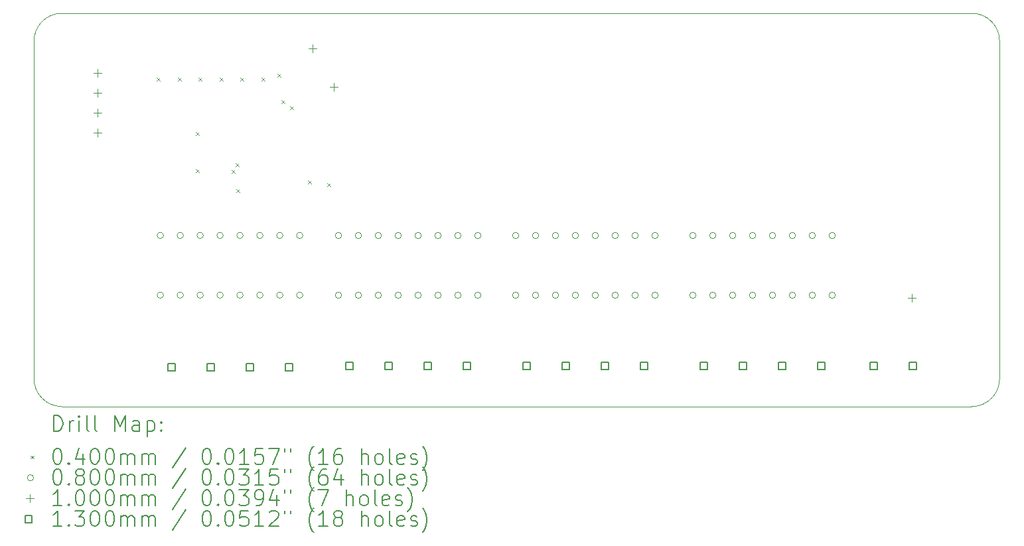
<source format=gbr>
%FSLAX45Y45*%
G04 Gerber Fmt 4.5, Leading zero omitted, Abs format (unit mm)*
G04 Created by KiCad (PCBNEW (6.0.0)) date 2022-10-09 23:31:44*
%MOMM*%
%LPD*%
G01*
G04 APERTURE LIST*
%TA.AperFunction,Profile*%
%ADD10C,0.100000*%
%TD*%
%ADD11C,0.200000*%
%ADD12C,0.040000*%
%ADD13C,0.080000*%
%ADD14C,0.100000*%
%ADD15C,0.130000*%
G04 APERTURE END LIST*
D10*
X2146200Y-11973500D02*
G75*
G03*
X1790600Y-12329100I0J-355600D01*
G01*
X13754100Y-16992827D02*
X2146200Y-16992600D01*
X14109700Y-12329100D02*
G75*
G03*
X13754100Y-11973500I-355600J0D01*
G01*
X1790600Y-12329100D02*
X1790600Y-16637000D01*
X13754100Y-16992827D02*
G75*
G03*
X14109700Y-16624300I0J355827D01*
G01*
X1790600Y-16637000D02*
G75*
G03*
X2146200Y-16992600I355600J0D01*
G01*
X2146200Y-11973500D02*
X13754100Y-11973500D01*
X14109700Y-12329100D02*
X14109700Y-16624300D01*
D11*
D12*
X3358200Y-12794300D02*
X3398200Y-12834300D01*
X3398200Y-12794300D02*
X3358200Y-12834300D01*
X3624900Y-12794300D02*
X3664900Y-12834300D01*
X3664900Y-12794300D02*
X3624900Y-12834300D01*
X3853500Y-13492800D02*
X3893500Y-13532800D01*
X3893500Y-13492800D02*
X3853500Y-13532800D01*
X3853500Y-13962700D02*
X3893500Y-14002700D01*
X3893500Y-13962700D02*
X3853500Y-14002700D01*
X3891600Y-12794300D02*
X3931600Y-12834300D01*
X3931600Y-12794300D02*
X3891600Y-12834300D01*
X4158300Y-12794300D02*
X4198300Y-12834300D01*
X4198300Y-12794300D02*
X4158300Y-12834300D01*
X4310700Y-13975400D02*
X4350700Y-14015400D01*
X4350700Y-13975400D02*
X4310700Y-14015400D01*
X4361500Y-13886500D02*
X4401500Y-13926500D01*
X4401500Y-13886500D02*
X4361500Y-13926500D01*
X4374200Y-14216700D02*
X4414200Y-14256700D01*
X4414200Y-14216700D02*
X4374200Y-14256700D01*
X4425000Y-12794300D02*
X4465000Y-12834300D01*
X4465000Y-12794300D02*
X4425000Y-12834300D01*
X4691700Y-12794300D02*
X4731700Y-12834300D01*
X4731700Y-12794300D02*
X4691700Y-12834300D01*
X4894900Y-12743500D02*
X4934900Y-12783500D01*
X4934900Y-12743500D02*
X4894900Y-12783500D01*
X4945700Y-13086400D02*
X4985700Y-13126400D01*
X4985700Y-13086400D02*
X4945700Y-13126400D01*
X5060000Y-13162600D02*
X5100000Y-13202600D01*
X5100000Y-13162600D02*
X5060000Y-13202600D01*
X5288600Y-14108596D02*
X5328600Y-14148596D01*
X5328600Y-14108596D02*
X5288600Y-14148596D01*
X5529900Y-14140500D02*
X5569900Y-14180500D01*
X5569900Y-14140500D02*
X5529900Y-14180500D01*
D13*
X3442100Y-14809200D02*
G75*
G03*
X3442100Y-14809200I-40000J0D01*
G01*
X3442100Y-15571200D02*
G75*
G03*
X3442100Y-15571200I-40000J0D01*
G01*
X3696100Y-14809200D02*
G75*
G03*
X3696100Y-14809200I-40000J0D01*
G01*
X3696100Y-15571200D02*
G75*
G03*
X3696100Y-15571200I-40000J0D01*
G01*
X3950100Y-14809200D02*
G75*
G03*
X3950100Y-14809200I-40000J0D01*
G01*
X3950100Y-15571200D02*
G75*
G03*
X3950100Y-15571200I-40000J0D01*
G01*
X4204100Y-14809200D02*
G75*
G03*
X4204100Y-14809200I-40000J0D01*
G01*
X4204100Y-15571200D02*
G75*
G03*
X4204100Y-15571200I-40000J0D01*
G01*
X4458100Y-14809200D02*
G75*
G03*
X4458100Y-14809200I-40000J0D01*
G01*
X4458100Y-15571200D02*
G75*
G03*
X4458100Y-15571200I-40000J0D01*
G01*
X4712100Y-14809200D02*
G75*
G03*
X4712100Y-14809200I-40000J0D01*
G01*
X4712100Y-15571200D02*
G75*
G03*
X4712100Y-15571200I-40000J0D01*
G01*
X4966100Y-14809200D02*
G75*
G03*
X4966100Y-14809200I-40000J0D01*
G01*
X4966100Y-15571200D02*
G75*
G03*
X4966100Y-15571200I-40000J0D01*
G01*
X5220100Y-14809200D02*
G75*
G03*
X5220100Y-14809200I-40000J0D01*
G01*
X5220100Y-15571200D02*
G75*
G03*
X5220100Y-15571200I-40000J0D01*
G01*
X5715400Y-14809200D02*
G75*
G03*
X5715400Y-14809200I-40000J0D01*
G01*
X5715400Y-15571200D02*
G75*
G03*
X5715400Y-15571200I-40000J0D01*
G01*
X5969400Y-14809200D02*
G75*
G03*
X5969400Y-14809200I-40000J0D01*
G01*
X5969400Y-15571200D02*
G75*
G03*
X5969400Y-15571200I-40000J0D01*
G01*
X6223400Y-14809200D02*
G75*
G03*
X6223400Y-14809200I-40000J0D01*
G01*
X6223400Y-15571200D02*
G75*
G03*
X6223400Y-15571200I-40000J0D01*
G01*
X6477400Y-14809200D02*
G75*
G03*
X6477400Y-14809200I-40000J0D01*
G01*
X6477400Y-15571200D02*
G75*
G03*
X6477400Y-15571200I-40000J0D01*
G01*
X6731400Y-14809200D02*
G75*
G03*
X6731400Y-14809200I-40000J0D01*
G01*
X6731400Y-15571200D02*
G75*
G03*
X6731400Y-15571200I-40000J0D01*
G01*
X6985400Y-14809200D02*
G75*
G03*
X6985400Y-14809200I-40000J0D01*
G01*
X6985400Y-15571200D02*
G75*
G03*
X6985400Y-15571200I-40000J0D01*
G01*
X7239400Y-14809200D02*
G75*
G03*
X7239400Y-14809200I-40000J0D01*
G01*
X7239400Y-15571200D02*
G75*
G03*
X7239400Y-15571200I-40000J0D01*
G01*
X7493400Y-14809200D02*
G75*
G03*
X7493400Y-14809200I-40000J0D01*
G01*
X7493400Y-15571200D02*
G75*
G03*
X7493400Y-15571200I-40000J0D01*
G01*
X7976000Y-14809200D02*
G75*
G03*
X7976000Y-14809200I-40000J0D01*
G01*
X7976000Y-15571200D02*
G75*
G03*
X7976000Y-15571200I-40000J0D01*
G01*
X8230000Y-14809200D02*
G75*
G03*
X8230000Y-14809200I-40000J0D01*
G01*
X8230000Y-15571200D02*
G75*
G03*
X8230000Y-15571200I-40000J0D01*
G01*
X8484000Y-14809200D02*
G75*
G03*
X8484000Y-14809200I-40000J0D01*
G01*
X8484000Y-15571200D02*
G75*
G03*
X8484000Y-15571200I-40000J0D01*
G01*
X8738000Y-14809200D02*
G75*
G03*
X8738000Y-14809200I-40000J0D01*
G01*
X8738000Y-15571200D02*
G75*
G03*
X8738000Y-15571200I-40000J0D01*
G01*
X8992000Y-14809200D02*
G75*
G03*
X8992000Y-14809200I-40000J0D01*
G01*
X8992000Y-15571200D02*
G75*
G03*
X8992000Y-15571200I-40000J0D01*
G01*
X9246000Y-14809200D02*
G75*
G03*
X9246000Y-14809200I-40000J0D01*
G01*
X9246000Y-15571200D02*
G75*
G03*
X9246000Y-15571200I-40000J0D01*
G01*
X9500000Y-14809200D02*
G75*
G03*
X9500000Y-14809200I-40000J0D01*
G01*
X9500000Y-15571200D02*
G75*
G03*
X9500000Y-15571200I-40000J0D01*
G01*
X9754000Y-14809200D02*
G75*
G03*
X9754000Y-14809200I-40000J0D01*
G01*
X9754000Y-15571200D02*
G75*
G03*
X9754000Y-15571200I-40000J0D01*
G01*
X10236600Y-14809200D02*
G75*
G03*
X10236600Y-14809200I-40000J0D01*
G01*
X10236600Y-15571200D02*
G75*
G03*
X10236600Y-15571200I-40000J0D01*
G01*
X10490600Y-14809200D02*
G75*
G03*
X10490600Y-14809200I-40000J0D01*
G01*
X10490600Y-15571200D02*
G75*
G03*
X10490600Y-15571200I-40000J0D01*
G01*
X10744600Y-14809200D02*
G75*
G03*
X10744600Y-14809200I-40000J0D01*
G01*
X10744600Y-15571200D02*
G75*
G03*
X10744600Y-15571200I-40000J0D01*
G01*
X10998600Y-14809200D02*
G75*
G03*
X10998600Y-14809200I-40000J0D01*
G01*
X10998600Y-15571200D02*
G75*
G03*
X10998600Y-15571200I-40000J0D01*
G01*
X11252600Y-14809200D02*
G75*
G03*
X11252600Y-14809200I-40000J0D01*
G01*
X11252600Y-15571200D02*
G75*
G03*
X11252600Y-15571200I-40000J0D01*
G01*
X11506600Y-14809200D02*
G75*
G03*
X11506600Y-14809200I-40000J0D01*
G01*
X11506600Y-15571200D02*
G75*
G03*
X11506600Y-15571200I-40000J0D01*
G01*
X11760600Y-14809200D02*
G75*
G03*
X11760600Y-14809200I-40000J0D01*
G01*
X11760600Y-15571200D02*
G75*
G03*
X11760600Y-15571200I-40000J0D01*
G01*
X12014600Y-14809200D02*
G75*
G03*
X12014600Y-14809200I-40000J0D01*
G01*
X12014600Y-15571200D02*
G75*
G03*
X12014600Y-15571200I-40000J0D01*
G01*
D14*
X2600000Y-12688100D02*
X2600000Y-12788100D01*
X2550000Y-12738100D02*
X2650000Y-12738100D01*
X2600000Y-12942100D02*
X2600000Y-13042100D01*
X2550000Y-12992100D02*
X2650000Y-12992100D01*
X2600000Y-13196100D02*
X2600000Y-13296100D01*
X2550000Y-13246100D02*
X2650000Y-13246100D01*
X2600000Y-13450100D02*
X2600000Y-13550100D01*
X2550000Y-13500100D02*
X2650000Y-13500100D01*
X5346700Y-12370600D02*
X5346700Y-12470600D01*
X5296700Y-12420600D02*
X5396700Y-12420600D01*
X5613400Y-12865900D02*
X5613400Y-12965900D01*
X5563400Y-12915900D02*
X5663400Y-12915900D01*
X12992100Y-15558300D02*
X12992100Y-15658300D01*
X12942100Y-15608300D02*
X13042100Y-15608300D01*
D15*
X3588562Y-16535662D02*
X3588562Y-16443738D01*
X3496638Y-16443738D01*
X3496638Y-16535662D01*
X3588562Y-16535662D01*
X4088562Y-16535662D02*
X4088562Y-16443738D01*
X3996638Y-16443738D01*
X3996638Y-16535662D01*
X4088562Y-16535662D01*
X4588562Y-16535662D02*
X4588562Y-16443738D01*
X4496638Y-16443738D01*
X4496638Y-16535662D01*
X4588562Y-16535662D01*
X5088562Y-16535662D02*
X5088562Y-16443738D01*
X4996638Y-16443738D01*
X4996638Y-16535662D01*
X5088562Y-16535662D01*
X5861862Y-16522962D02*
X5861862Y-16431038D01*
X5769938Y-16431038D01*
X5769938Y-16522962D01*
X5861862Y-16522962D01*
X6361862Y-16522962D02*
X6361862Y-16431038D01*
X6269938Y-16431038D01*
X6269938Y-16522962D01*
X6361862Y-16522962D01*
X6861862Y-16522962D02*
X6861862Y-16431038D01*
X6769938Y-16431038D01*
X6769938Y-16522962D01*
X6861862Y-16522962D01*
X7361862Y-16522962D02*
X7361862Y-16431038D01*
X7269938Y-16431038D01*
X7269938Y-16522962D01*
X7361862Y-16522962D01*
X8122462Y-16522962D02*
X8122462Y-16431038D01*
X8030538Y-16431038D01*
X8030538Y-16522962D01*
X8122462Y-16522962D01*
X8622462Y-16522962D02*
X8622462Y-16431038D01*
X8530538Y-16431038D01*
X8530538Y-16522962D01*
X8622462Y-16522962D01*
X9122462Y-16522962D02*
X9122462Y-16431038D01*
X9030538Y-16431038D01*
X9030538Y-16522962D01*
X9122462Y-16522962D01*
X9622462Y-16522962D02*
X9622462Y-16431038D01*
X9530538Y-16431038D01*
X9530538Y-16522962D01*
X9622462Y-16522962D01*
X10383062Y-16522962D02*
X10383062Y-16431038D01*
X10291138Y-16431038D01*
X10291138Y-16522962D01*
X10383062Y-16522962D01*
X10883062Y-16522962D02*
X10883062Y-16431038D01*
X10791138Y-16431038D01*
X10791138Y-16522962D01*
X10883062Y-16522962D01*
X11383062Y-16522962D02*
X11383062Y-16431038D01*
X11291138Y-16431038D01*
X11291138Y-16522962D01*
X11383062Y-16522962D01*
X11883062Y-16522962D02*
X11883062Y-16431038D01*
X11791138Y-16431038D01*
X11791138Y-16522962D01*
X11883062Y-16522962D01*
X12546762Y-16522962D02*
X12546762Y-16431038D01*
X12454838Y-16431038D01*
X12454838Y-16522962D01*
X12546762Y-16522962D01*
X13046762Y-16522962D02*
X13046762Y-16431038D01*
X12954838Y-16431038D01*
X12954838Y-16522962D01*
X13046762Y-16522962D01*
D11*
X2043219Y-17308303D02*
X2043219Y-17108303D01*
X2090838Y-17108303D01*
X2119410Y-17117827D01*
X2138457Y-17136874D01*
X2147981Y-17155922D01*
X2157505Y-17194017D01*
X2157505Y-17222589D01*
X2147981Y-17260684D01*
X2138457Y-17279731D01*
X2119410Y-17298779D01*
X2090838Y-17308303D01*
X2043219Y-17308303D01*
X2243219Y-17308303D02*
X2243219Y-17174970D01*
X2243219Y-17213065D02*
X2252743Y-17194017D01*
X2262267Y-17184493D01*
X2281314Y-17174970D01*
X2300362Y-17174970D01*
X2367029Y-17308303D02*
X2367029Y-17174970D01*
X2367029Y-17108303D02*
X2357505Y-17117827D01*
X2367029Y-17127351D01*
X2376552Y-17117827D01*
X2367029Y-17108303D01*
X2367029Y-17127351D01*
X2490838Y-17308303D02*
X2471790Y-17298779D01*
X2462267Y-17279731D01*
X2462267Y-17108303D01*
X2595600Y-17308303D02*
X2576552Y-17298779D01*
X2567029Y-17279731D01*
X2567029Y-17108303D01*
X2824171Y-17308303D02*
X2824171Y-17108303D01*
X2890838Y-17251160D01*
X2957505Y-17108303D01*
X2957505Y-17308303D01*
X3138457Y-17308303D02*
X3138457Y-17203541D01*
X3128933Y-17184493D01*
X3109886Y-17174970D01*
X3071790Y-17174970D01*
X3052743Y-17184493D01*
X3138457Y-17298779D02*
X3119409Y-17308303D01*
X3071790Y-17308303D01*
X3052743Y-17298779D01*
X3043219Y-17279731D01*
X3043219Y-17260684D01*
X3052743Y-17241636D01*
X3071790Y-17232112D01*
X3119409Y-17232112D01*
X3138457Y-17222589D01*
X3233695Y-17174970D02*
X3233695Y-17374970D01*
X3233695Y-17184493D02*
X3252743Y-17174970D01*
X3290838Y-17174970D01*
X3309886Y-17184493D01*
X3319409Y-17194017D01*
X3328933Y-17213065D01*
X3328933Y-17270208D01*
X3319409Y-17289255D01*
X3309886Y-17298779D01*
X3290838Y-17308303D01*
X3252743Y-17308303D01*
X3233695Y-17298779D01*
X3414648Y-17289255D02*
X3424171Y-17298779D01*
X3414648Y-17308303D01*
X3405124Y-17298779D01*
X3414648Y-17289255D01*
X3414648Y-17308303D01*
X3414648Y-17184493D02*
X3424171Y-17194017D01*
X3414648Y-17203541D01*
X3405124Y-17194017D01*
X3414648Y-17184493D01*
X3414648Y-17203541D01*
D12*
X1745600Y-17617827D02*
X1785600Y-17657827D01*
X1785600Y-17617827D02*
X1745600Y-17657827D01*
D11*
X2081314Y-17528303D02*
X2100362Y-17528303D01*
X2119410Y-17537827D01*
X2128933Y-17547351D01*
X2138457Y-17566398D01*
X2147981Y-17604493D01*
X2147981Y-17652112D01*
X2138457Y-17690208D01*
X2128933Y-17709255D01*
X2119410Y-17718779D01*
X2100362Y-17728303D01*
X2081314Y-17728303D01*
X2062267Y-17718779D01*
X2052743Y-17709255D01*
X2043219Y-17690208D01*
X2033695Y-17652112D01*
X2033695Y-17604493D01*
X2043219Y-17566398D01*
X2052743Y-17547351D01*
X2062267Y-17537827D01*
X2081314Y-17528303D01*
X2233695Y-17709255D02*
X2243219Y-17718779D01*
X2233695Y-17728303D01*
X2224171Y-17718779D01*
X2233695Y-17709255D01*
X2233695Y-17728303D01*
X2414648Y-17594970D02*
X2414648Y-17728303D01*
X2367029Y-17518779D02*
X2319410Y-17661636D01*
X2443219Y-17661636D01*
X2557505Y-17528303D02*
X2576552Y-17528303D01*
X2595600Y-17537827D01*
X2605124Y-17547351D01*
X2614648Y-17566398D01*
X2624171Y-17604493D01*
X2624171Y-17652112D01*
X2614648Y-17690208D01*
X2605124Y-17709255D01*
X2595600Y-17718779D01*
X2576552Y-17728303D01*
X2557505Y-17728303D01*
X2538457Y-17718779D01*
X2528933Y-17709255D01*
X2519410Y-17690208D01*
X2509886Y-17652112D01*
X2509886Y-17604493D01*
X2519410Y-17566398D01*
X2528933Y-17547351D01*
X2538457Y-17537827D01*
X2557505Y-17528303D01*
X2747981Y-17528303D02*
X2767029Y-17528303D01*
X2786076Y-17537827D01*
X2795600Y-17547351D01*
X2805124Y-17566398D01*
X2814648Y-17604493D01*
X2814648Y-17652112D01*
X2805124Y-17690208D01*
X2795600Y-17709255D01*
X2786076Y-17718779D01*
X2767029Y-17728303D01*
X2747981Y-17728303D01*
X2728933Y-17718779D01*
X2719410Y-17709255D01*
X2709886Y-17690208D01*
X2700362Y-17652112D01*
X2700362Y-17604493D01*
X2709886Y-17566398D01*
X2719410Y-17547351D01*
X2728933Y-17537827D01*
X2747981Y-17528303D01*
X2900362Y-17728303D02*
X2900362Y-17594970D01*
X2900362Y-17614017D02*
X2909886Y-17604493D01*
X2928933Y-17594970D01*
X2957505Y-17594970D01*
X2976552Y-17604493D01*
X2986076Y-17623541D01*
X2986076Y-17728303D01*
X2986076Y-17623541D02*
X2995600Y-17604493D01*
X3014648Y-17594970D01*
X3043219Y-17594970D01*
X3062267Y-17604493D01*
X3071790Y-17623541D01*
X3071790Y-17728303D01*
X3167028Y-17728303D02*
X3167028Y-17594970D01*
X3167028Y-17614017D02*
X3176552Y-17604493D01*
X3195600Y-17594970D01*
X3224171Y-17594970D01*
X3243219Y-17604493D01*
X3252743Y-17623541D01*
X3252743Y-17728303D01*
X3252743Y-17623541D02*
X3262267Y-17604493D01*
X3281314Y-17594970D01*
X3309886Y-17594970D01*
X3328933Y-17604493D01*
X3338457Y-17623541D01*
X3338457Y-17728303D01*
X3728933Y-17518779D02*
X3557505Y-17775922D01*
X3986076Y-17528303D02*
X4005124Y-17528303D01*
X4024171Y-17537827D01*
X4033695Y-17547351D01*
X4043219Y-17566398D01*
X4052743Y-17604493D01*
X4052743Y-17652112D01*
X4043219Y-17690208D01*
X4033695Y-17709255D01*
X4024171Y-17718779D01*
X4005124Y-17728303D01*
X3986076Y-17728303D01*
X3967028Y-17718779D01*
X3957505Y-17709255D01*
X3947981Y-17690208D01*
X3938457Y-17652112D01*
X3938457Y-17604493D01*
X3947981Y-17566398D01*
X3957505Y-17547351D01*
X3967028Y-17537827D01*
X3986076Y-17528303D01*
X4138457Y-17709255D02*
X4147981Y-17718779D01*
X4138457Y-17728303D01*
X4128933Y-17718779D01*
X4138457Y-17709255D01*
X4138457Y-17728303D01*
X4271790Y-17528303D02*
X4290838Y-17528303D01*
X4309886Y-17537827D01*
X4319410Y-17547351D01*
X4328933Y-17566398D01*
X4338457Y-17604493D01*
X4338457Y-17652112D01*
X4328933Y-17690208D01*
X4319410Y-17709255D01*
X4309886Y-17718779D01*
X4290838Y-17728303D01*
X4271790Y-17728303D01*
X4252743Y-17718779D01*
X4243219Y-17709255D01*
X4233695Y-17690208D01*
X4224171Y-17652112D01*
X4224171Y-17604493D01*
X4233695Y-17566398D01*
X4243219Y-17547351D01*
X4252743Y-17537827D01*
X4271790Y-17528303D01*
X4528933Y-17728303D02*
X4414648Y-17728303D01*
X4471790Y-17728303D02*
X4471790Y-17528303D01*
X4452743Y-17556874D01*
X4433695Y-17575922D01*
X4414648Y-17585446D01*
X4709886Y-17528303D02*
X4614648Y-17528303D01*
X4605124Y-17623541D01*
X4614648Y-17614017D01*
X4633695Y-17604493D01*
X4681314Y-17604493D01*
X4700362Y-17614017D01*
X4709886Y-17623541D01*
X4719410Y-17642589D01*
X4719410Y-17690208D01*
X4709886Y-17709255D01*
X4700362Y-17718779D01*
X4681314Y-17728303D01*
X4633695Y-17728303D01*
X4614648Y-17718779D01*
X4605124Y-17709255D01*
X4786076Y-17528303D02*
X4919410Y-17528303D01*
X4833695Y-17728303D01*
X4986076Y-17528303D02*
X4986076Y-17566398D01*
X5062267Y-17528303D02*
X5062267Y-17566398D01*
X5357505Y-17804493D02*
X5347981Y-17794970D01*
X5328933Y-17766398D01*
X5319410Y-17747351D01*
X5309886Y-17718779D01*
X5300362Y-17671160D01*
X5300362Y-17633065D01*
X5309886Y-17585446D01*
X5319410Y-17556874D01*
X5328933Y-17537827D01*
X5347981Y-17509255D01*
X5357505Y-17499731D01*
X5538457Y-17728303D02*
X5424171Y-17728303D01*
X5481314Y-17728303D02*
X5481314Y-17528303D01*
X5462267Y-17556874D01*
X5443219Y-17575922D01*
X5424171Y-17585446D01*
X5709886Y-17528303D02*
X5671790Y-17528303D01*
X5652743Y-17537827D01*
X5643219Y-17547351D01*
X5624171Y-17575922D01*
X5614648Y-17614017D01*
X5614648Y-17690208D01*
X5624171Y-17709255D01*
X5633695Y-17718779D01*
X5652743Y-17728303D01*
X5690838Y-17728303D01*
X5709886Y-17718779D01*
X5719409Y-17709255D01*
X5728933Y-17690208D01*
X5728933Y-17642589D01*
X5719409Y-17623541D01*
X5709886Y-17614017D01*
X5690838Y-17604493D01*
X5652743Y-17604493D01*
X5633695Y-17614017D01*
X5624171Y-17623541D01*
X5614648Y-17642589D01*
X5967028Y-17728303D02*
X5967028Y-17528303D01*
X6052743Y-17728303D02*
X6052743Y-17623541D01*
X6043219Y-17604493D01*
X6024171Y-17594970D01*
X5995600Y-17594970D01*
X5976552Y-17604493D01*
X5967028Y-17614017D01*
X6176552Y-17728303D02*
X6157505Y-17718779D01*
X6147981Y-17709255D01*
X6138457Y-17690208D01*
X6138457Y-17633065D01*
X6147981Y-17614017D01*
X6157505Y-17604493D01*
X6176552Y-17594970D01*
X6205124Y-17594970D01*
X6224171Y-17604493D01*
X6233695Y-17614017D01*
X6243219Y-17633065D01*
X6243219Y-17690208D01*
X6233695Y-17709255D01*
X6224171Y-17718779D01*
X6205124Y-17728303D01*
X6176552Y-17728303D01*
X6357505Y-17728303D02*
X6338457Y-17718779D01*
X6328933Y-17699731D01*
X6328933Y-17528303D01*
X6509886Y-17718779D02*
X6490838Y-17728303D01*
X6452743Y-17728303D01*
X6433695Y-17718779D01*
X6424171Y-17699731D01*
X6424171Y-17623541D01*
X6433695Y-17604493D01*
X6452743Y-17594970D01*
X6490838Y-17594970D01*
X6509886Y-17604493D01*
X6519409Y-17623541D01*
X6519409Y-17642589D01*
X6424171Y-17661636D01*
X6595600Y-17718779D02*
X6614648Y-17728303D01*
X6652743Y-17728303D01*
X6671790Y-17718779D01*
X6681314Y-17699731D01*
X6681314Y-17690208D01*
X6671790Y-17671160D01*
X6652743Y-17661636D01*
X6624171Y-17661636D01*
X6605124Y-17652112D01*
X6595600Y-17633065D01*
X6595600Y-17623541D01*
X6605124Y-17604493D01*
X6624171Y-17594970D01*
X6652743Y-17594970D01*
X6671790Y-17604493D01*
X6747981Y-17804493D02*
X6757505Y-17794970D01*
X6776552Y-17766398D01*
X6786076Y-17747351D01*
X6795600Y-17718779D01*
X6805124Y-17671160D01*
X6805124Y-17633065D01*
X6795600Y-17585446D01*
X6786076Y-17556874D01*
X6776552Y-17537827D01*
X6757505Y-17509255D01*
X6747981Y-17499731D01*
D13*
X1785600Y-17901827D02*
G75*
G03*
X1785600Y-17901827I-40000J0D01*
G01*
D11*
X2081314Y-17792303D02*
X2100362Y-17792303D01*
X2119410Y-17801827D01*
X2128933Y-17811351D01*
X2138457Y-17830398D01*
X2147981Y-17868493D01*
X2147981Y-17916112D01*
X2138457Y-17954208D01*
X2128933Y-17973255D01*
X2119410Y-17982779D01*
X2100362Y-17992303D01*
X2081314Y-17992303D01*
X2062267Y-17982779D01*
X2052743Y-17973255D01*
X2043219Y-17954208D01*
X2033695Y-17916112D01*
X2033695Y-17868493D01*
X2043219Y-17830398D01*
X2052743Y-17811351D01*
X2062267Y-17801827D01*
X2081314Y-17792303D01*
X2233695Y-17973255D02*
X2243219Y-17982779D01*
X2233695Y-17992303D01*
X2224171Y-17982779D01*
X2233695Y-17973255D01*
X2233695Y-17992303D01*
X2357505Y-17878017D02*
X2338457Y-17868493D01*
X2328933Y-17858970D01*
X2319410Y-17839922D01*
X2319410Y-17830398D01*
X2328933Y-17811351D01*
X2338457Y-17801827D01*
X2357505Y-17792303D01*
X2395600Y-17792303D01*
X2414648Y-17801827D01*
X2424171Y-17811351D01*
X2433695Y-17830398D01*
X2433695Y-17839922D01*
X2424171Y-17858970D01*
X2414648Y-17868493D01*
X2395600Y-17878017D01*
X2357505Y-17878017D01*
X2338457Y-17887541D01*
X2328933Y-17897065D01*
X2319410Y-17916112D01*
X2319410Y-17954208D01*
X2328933Y-17973255D01*
X2338457Y-17982779D01*
X2357505Y-17992303D01*
X2395600Y-17992303D01*
X2414648Y-17982779D01*
X2424171Y-17973255D01*
X2433695Y-17954208D01*
X2433695Y-17916112D01*
X2424171Y-17897065D01*
X2414648Y-17887541D01*
X2395600Y-17878017D01*
X2557505Y-17792303D02*
X2576552Y-17792303D01*
X2595600Y-17801827D01*
X2605124Y-17811351D01*
X2614648Y-17830398D01*
X2624171Y-17868493D01*
X2624171Y-17916112D01*
X2614648Y-17954208D01*
X2605124Y-17973255D01*
X2595600Y-17982779D01*
X2576552Y-17992303D01*
X2557505Y-17992303D01*
X2538457Y-17982779D01*
X2528933Y-17973255D01*
X2519410Y-17954208D01*
X2509886Y-17916112D01*
X2509886Y-17868493D01*
X2519410Y-17830398D01*
X2528933Y-17811351D01*
X2538457Y-17801827D01*
X2557505Y-17792303D01*
X2747981Y-17792303D02*
X2767029Y-17792303D01*
X2786076Y-17801827D01*
X2795600Y-17811351D01*
X2805124Y-17830398D01*
X2814648Y-17868493D01*
X2814648Y-17916112D01*
X2805124Y-17954208D01*
X2795600Y-17973255D01*
X2786076Y-17982779D01*
X2767029Y-17992303D01*
X2747981Y-17992303D01*
X2728933Y-17982779D01*
X2719410Y-17973255D01*
X2709886Y-17954208D01*
X2700362Y-17916112D01*
X2700362Y-17868493D01*
X2709886Y-17830398D01*
X2719410Y-17811351D01*
X2728933Y-17801827D01*
X2747981Y-17792303D01*
X2900362Y-17992303D02*
X2900362Y-17858970D01*
X2900362Y-17878017D02*
X2909886Y-17868493D01*
X2928933Y-17858970D01*
X2957505Y-17858970D01*
X2976552Y-17868493D01*
X2986076Y-17887541D01*
X2986076Y-17992303D01*
X2986076Y-17887541D02*
X2995600Y-17868493D01*
X3014648Y-17858970D01*
X3043219Y-17858970D01*
X3062267Y-17868493D01*
X3071790Y-17887541D01*
X3071790Y-17992303D01*
X3167028Y-17992303D02*
X3167028Y-17858970D01*
X3167028Y-17878017D02*
X3176552Y-17868493D01*
X3195600Y-17858970D01*
X3224171Y-17858970D01*
X3243219Y-17868493D01*
X3252743Y-17887541D01*
X3252743Y-17992303D01*
X3252743Y-17887541D02*
X3262267Y-17868493D01*
X3281314Y-17858970D01*
X3309886Y-17858970D01*
X3328933Y-17868493D01*
X3338457Y-17887541D01*
X3338457Y-17992303D01*
X3728933Y-17782779D02*
X3557505Y-18039922D01*
X3986076Y-17792303D02*
X4005124Y-17792303D01*
X4024171Y-17801827D01*
X4033695Y-17811351D01*
X4043219Y-17830398D01*
X4052743Y-17868493D01*
X4052743Y-17916112D01*
X4043219Y-17954208D01*
X4033695Y-17973255D01*
X4024171Y-17982779D01*
X4005124Y-17992303D01*
X3986076Y-17992303D01*
X3967028Y-17982779D01*
X3957505Y-17973255D01*
X3947981Y-17954208D01*
X3938457Y-17916112D01*
X3938457Y-17868493D01*
X3947981Y-17830398D01*
X3957505Y-17811351D01*
X3967028Y-17801827D01*
X3986076Y-17792303D01*
X4138457Y-17973255D02*
X4147981Y-17982779D01*
X4138457Y-17992303D01*
X4128933Y-17982779D01*
X4138457Y-17973255D01*
X4138457Y-17992303D01*
X4271790Y-17792303D02*
X4290838Y-17792303D01*
X4309886Y-17801827D01*
X4319410Y-17811351D01*
X4328933Y-17830398D01*
X4338457Y-17868493D01*
X4338457Y-17916112D01*
X4328933Y-17954208D01*
X4319410Y-17973255D01*
X4309886Y-17982779D01*
X4290838Y-17992303D01*
X4271790Y-17992303D01*
X4252743Y-17982779D01*
X4243219Y-17973255D01*
X4233695Y-17954208D01*
X4224171Y-17916112D01*
X4224171Y-17868493D01*
X4233695Y-17830398D01*
X4243219Y-17811351D01*
X4252743Y-17801827D01*
X4271790Y-17792303D01*
X4405124Y-17792303D02*
X4528933Y-17792303D01*
X4462267Y-17868493D01*
X4490838Y-17868493D01*
X4509886Y-17878017D01*
X4519410Y-17887541D01*
X4528933Y-17906589D01*
X4528933Y-17954208D01*
X4519410Y-17973255D01*
X4509886Y-17982779D01*
X4490838Y-17992303D01*
X4433695Y-17992303D01*
X4414648Y-17982779D01*
X4405124Y-17973255D01*
X4719410Y-17992303D02*
X4605124Y-17992303D01*
X4662267Y-17992303D02*
X4662267Y-17792303D01*
X4643219Y-17820874D01*
X4624171Y-17839922D01*
X4605124Y-17849446D01*
X4900362Y-17792303D02*
X4805124Y-17792303D01*
X4795600Y-17887541D01*
X4805124Y-17878017D01*
X4824171Y-17868493D01*
X4871790Y-17868493D01*
X4890838Y-17878017D01*
X4900362Y-17887541D01*
X4909886Y-17906589D01*
X4909886Y-17954208D01*
X4900362Y-17973255D01*
X4890838Y-17982779D01*
X4871790Y-17992303D01*
X4824171Y-17992303D01*
X4805124Y-17982779D01*
X4795600Y-17973255D01*
X4986076Y-17792303D02*
X4986076Y-17830398D01*
X5062267Y-17792303D02*
X5062267Y-17830398D01*
X5357505Y-18068493D02*
X5347981Y-18058970D01*
X5328933Y-18030398D01*
X5319410Y-18011351D01*
X5309886Y-17982779D01*
X5300362Y-17935160D01*
X5300362Y-17897065D01*
X5309886Y-17849446D01*
X5319410Y-17820874D01*
X5328933Y-17801827D01*
X5347981Y-17773255D01*
X5357505Y-17763731D01*
X5519410Y-17792303D02*
X5481314Y-17792303D01*
X5462267Y-17801827D01*
X5452743Y-17811351D01*
X5433695Y-17839922D01*
X5424171Y-17878017D01*
X5424171Y-17954208D01*
X5433695Y-17973255D01*
X5443219Y-17982779D01*
X5462267Y-17992303D01*
X5500362Y-17992303D01*
X5519410Y-17982779D01*
X5528933Y-17973255D01*
X5538457Y-17954208D01*
X5538457Y-17906589D01*
X5528933Y-17887541D01*
X5519410Y-17878017D01*
X5500362Y-17868493D01*
X5462267Y-17868493D01*
X5443219Y-17878017D01*
X5433695Y-17887541D01*
X5424171Y-17906589D01*
X5709886Y-17858970D02*
X5709886Y-17992303D01*
X5662267Y-17782779D02*
X5614648Y-17925636D01*
X5738457Y-17925636D01*
X5967028Y-17992303D02*
X5967028Y-17792303D01*
X6052743Y-17992303D02*
X6052743Y-17887541D01*
X6043219Y-17868493D01*
X6024171Y-17858970D01*
X5995600Y-17858970D01*
X5976552Y-17868493D01*
X5967028Y-17878017D01*
X6176552Y-17992303D02*
X6157505Y-17982779D01*
X6147981Y-17973255D01*
X6138457Y-17954208D01*
X6138457Y-17897065D01*
X6147981Y-17878017D01*
X6157505Y-17868493D01*
X6176552Y-17858970D01*
X6205124Y-17858970D01*
X6224171Y-17868493D01*
X6233695Y-17878017D01*
X6243219Y-17897065D01*
X6243219Y-17954208D01*
X6233695Y-17973255D01*
X6224171Y-17982779D01*
X6205124Y-17992303D01*
X6176552Y-17992303D01*
X6357505Y-17992303D02*
X6338457Y-17982779D01*
X6328933Y-17963731D01*
X6328933Y-17792303D01*
X6509886Y-17982779D02*
X6490838Y-17992303D01*
X6452743Y-17992303D01*
X6433695Y-17982779D01*
X6424171Y-17963731D01*
X6424171Y-17887541D01*
X6433695Y-17868493D01*
X6452743Y-17858970D01*
X6490838Y-17858970D01*
X6509886Y-17868493D01*
X6519409Y-17887541D01*
X6519409Y-17906589D01*
X6424171Y-17925636D01*
X6595600Y-17982779D02*
X6614648Y-17992303D01*
X6652743Y-17992303D01*
X6671790Y-17982779D01*
X6681314Y-17963731D01*
X6681314Y-17954208D01*
X6671790Y-17935160D01*
X6652743Y-17925636D01*
X6624171Y-17925636D01*
X6605124Y-17916112D01*
X6595600Y-17897065D01*
X6595600Y-17887541D01*
X6605124Y-17868493D01*
X6624171Y-17858970D01*
X6652743Y-17858970D01*
X6671790Y-17868493D01*
X6747981Y-18068493D02*
X6757505Y-18058970D01*
X6776552Y-18030398D01*
X6786076Y-18011351D01*
X6795600Y-17982779D01*
X6805124Y-17935160D01*
X6805124Y-17897065D01*
X6795600Y-17849446D01*
X6786076Y-17820874D01*
X6776552Y-17801827D01*
X6757505Y-17773255D01*
X6747981Y-17763731D01*
D14*
X1735600Y-18115827D02*
X1735600Y-18215827D01*
X1685600Y-18165827D02*
X1785600Y-18165827D01*
D11*
X2147981Y-18256303D02*
X2033695Y-18256303D01*
X2090838Y-18256303D02*
X2090838Y-18056303D01*
X2071790Y-18084874D01*
X2052743Y-18103922D01*
X2033695Y-18113446D01*
X2233695Y-18237255D02*
X2243219Y-18246779D01*
X2233695Y-18256303D01*
X2224171Y-18246779D01*
X2233695Y-18237255D01*
X2233695Y-18256303D01*
X2367029Y-18056303D02*
X2386076Y-18056303D01*
X2405124Y-18065827D01*
X2414648Y-18075351D01*
X2424171Y-18094398D01*
X2433695Y-18132493D01*
X2433695Y-18180112D01*
X2424171Y-18218208D01*
X2414648Y-18237255D01*
X2405124Y-18246779D01*
X2386076Y-18256303D01*
X2367029Y-18256303D01*
X2347981Y-18246779D01*
X2338457Y-18237255D01*
X2328933Y-18218208D01*
X2319410Y-18180112D01*
X2319410Y-18132493D01*
X2328933Y-18094398D01*
X2338457Y-18075351D01*
X2347981Y-18065827D01*
X2367029Y-18056303D01*
X2557505Y-18056303D02*
X2576552Y-18056303D01*
X2595600Y-18065827D01*
X2605124Y-18075351D01*
X2614648Y-18094398D01*
X2624171Y-18132493D01*
X2624171Y-18180112D01*
X2614648Y-18218208D01*
X2605124Y-18237255D01*
X2595600Y-18246779D01*
X2576552Y-18256303D01*
X2557505Y-18256303D01*
X2538457Y-18246779D01*
X2528933Y-18237255D01*
X2519410Y-18218208D01*
X2509886Y-18180112D01*
X2509886Y-18132493D01*
X2519410Y-18094398D01*
X2528933Y-18075351D01*
X2538457Y-18065827D01*
X2557505Y-18056303D01*
X2747981Y-18056303D02*
X2767029Y-18056303D01*
X2786076Y-18065827D01*
X2795600Y-18075351D01*
X2805124Y-18094398D01*
X2814648Y-18132493D01*
X2814648Y-18180112D01*
X2805124Y-18218208D01*
X2795600Y-18237255D01*
X2786076Y-18246779D01*
X2767029Y-18256303D01*
X2747981Y-18256303D01*
X2728933Y-18246779D01*
X2719410Y-18237255D01*
X2709886Y-18218208D01*
X2700362Y-18180112D01*
X2700362Y-18132493D01*
X2709886Y-18094398D01*
X2719410Y-18075351D01*
X2728933Y-18065827D01*
X2747981Y-18056303D01*
X2900362Y-18256303D02*
X2900362Y-18122970D01*
X2900362Y-18142017D02*
X2909886Y-18132493D01*
X2928933Y-18122970D01*
X2957505Y-18122970D01*
X2976552Y-18132493D01*
X2986076Y-18151541D01*
X2986076Y-18256303D01*
X2986076Y-18151541D02*
X2995600Y-18132493D01*
X3014648Y-18122970D01*
X3043219Y-18122970D01*
X3062267Y-18132493D01*
X3071790Y-18151541D01*
X3071790Y-18256303D01*
X3167028Y-18256303D02*
X3167028Y-18122970D01*
X3167028Y-18142017D02*
X3176552Y-18132493D01*
X3195600Y-18122970D01*
X3224171Y-18122970D01*
X3243219Y-18132493D01*
X3252743Y-18151541D01*
X3252743Y-18256303D01*
X3252743Y-18151541D02*
X3262267Y-18132493D01*
X3281314Y-18122970D01*
X3309886Y-18122970D01*
X3328933Y-18132493D01*
X3338457Y-18151541D01*
X3338457Y-18256303D01*
X3728933Y-18046779D02*
X3557505Y-18303922D01*
X3986076Y-18056303D02*
X4005124Y-18056303D01*
X4024171Y-18065827D01*
X4033695Y-18075351D01*
X4043219Y-18094398D01*
X4052743Y-18132493D01*
X4052743Y-18180112D01*
X4043219Y-18218208D01*
X4033695Y-18237255D01*
X4024171Y-18246779D01*
X4005124Y-18256303D01*
X3986076Y-18256303D01*
X3967028Y-18246779D01*
X3957505Y-18237255D01*
X3947981Y-18218208D01*
X3938457Y-18180112D01*
X3938457Y-18132493D01*
X3947981Y-18094398D01*
X3957505Y-18075351D01*
X3967028Y-18065827D01*
X3986076Y-18056303D01*
X4138457Y-18237255D02*
X4147981Y-18246779D01*
X4138457Y-18256303D01*
X4128933Y-18246779D01*
X4138457Y-18237255D01*
X4138457Y-18256303D01*
X4271790Y-18056303D02*
X4290838Y-18056303D01*
X4309886Y-18065827D01*
X4319410Y-18075351D01*
X4328933Y-18094398D01*
X4338457Y-18132493D01*
X4338457Y-18180112D01*
X4328933Y-18218208D01*
X4319410Y-18237255D01*
X4309886Y-18246779D01*
X4290838Y-18256303D01*
X4271790Y-18256303D01*
X4252743Y-18246779D01*
X4243219Y-18237255D01*
X4233695Y-18218208D01*
X4224171Y-18180112D01*
X4224171Y-18132493D01*
X4233695Y-18094398D01*
X4243219Y-18075351D01*
X4252743Y-18065827D01*
X4271790Y-18056303D01*
X4405124Y-18056303D02*
X4528933Y-18056303D01*
X4462267Y-18132493D01*
X4490838Y-18132493D01*
X4509886Y-18142017D01*
X4519410Y-18151541D01*
X4528933Y-18170589D01*
X4528933Y-18218208D01*
X4519410Y-18237255D01*
X4509886Y-18246779D01*
X4490838Y-18256303D01*
X4433695Y-18256303D01*
X4414648Y-18246779D01*
X4405124Y-18237255D01*
X4624171Y-18256303D02*
X4662267Y-18256303D01*
X4681314Y-18246779D01*
X4690838Y-18237255D01*
X4709886Y-18208684D01*
X4719410Y-18170589D01*
X4719410Y-18094398D01*
X4709886Y-18075351D01*
X4700362Y-18065827D01*
X4681314Y-18056303D01*
X4643219Y-18056303D01*
X4624171Y-18065827D01*
X4614648Y-18075351D01*
X4605124Y-18094398D01*
X4605124Y-18142017D01*
X4614648Y-18161065D01*
X4624171Y-18170589D01*
X4643219Y-18180112D01*
X4681314Y-18180112D01*
X4700362Y-18170589D01*
X4709886Y-18161065D01*
X4719410Y-18142017D01*
X4890838Y-18122970D02*
X4890838Y-18256303D01*
X4843219Y-18046779D02*
X4795600Y-18189636D01*
X4919410Y-18189636D01*
X4986076Y-18056303D02*
X4986076Y-18094398D01*
X5062267Y-18056303D02*
X5062267Y-18094398D01*
X5357505Y-18332493D02*
X5347981Y-18322970D01*
X5328933Y-18294398D01*
X5319410Y-18275351D01*
X5309886Y-18246779D01*
X5300362Y-18199160D01*
X5300362Y-18161065D01*
X5309886Y-18113446D01*
X5319410Y-18084874D01*
X5328933Y-18065827D01*
X5347981Y-18037255D01*
X5357505Y-18027731D01*
X5414648Y-18056303D02*
X5547981Y-18056303D01*
X5462267Y-18256303D01*
X5776552Y-18256303D02*
X5776552Y-18056303D01*
X5862267Y-18256303D02*
X5862267Y-18151541D01*
X5852743Y-18132493D01*
X5833695Y-18122970D01*
X5805124Y-18122970D01*
X5786076Y-18132493D01*
X5776552Y-18142017D01*
X5986076Y-18256303D02*
X5967028Y-18246779D01*
X5957505Y-18237255D01*
X5947981Y-18218208D01*
X5947981Y-18161065D01*
X5957505Y-18142017D01*
X5967028Y-18132493D01*
X5986076Y-18122970D01*
X6014648Y-18122970D01*
X6033695Y-18132493D01*
X6043219Y-18142017D01*
X6052743Y-18161065D01*
X6052743Y-18218208D01*
X6043219Y-18237255D01*
X6033695Y-18246779D01*
X6014648Y-18256303D01*
X5986076Y-18256303D01*
X6167028Y-18256303D02*
X6147981Y-18246779D01*
X6138457Y-18227731D01*
X6138457Y-18056303D01*
X6319409Y-18246779D02*
X6300362Y-18256303D01*
X6262267Y-18256303D01*
X6243219Y-18246779D01*
X6233695Y-18227731D01*
X6233695Y-18151541D01*
X6243219Y-18132493D01*
X6262267Y-18122970D01*
X6300362Y-18122970D01*
X6319409Y-18132493D01*
X6328933Y-18151541D01*
X6328933Y-18170589D01*
X6233695Y-18189636D01*
X6405124Y-18246779D02*
X6424171Y-18256303D01*
X6462267Y-18256303D01*
X6481314Y-18246779D01*
X6490838Y-18227731D01*
X6490838Y-18218208D01*
X6481314Y-18199160D01*
X6462267Y-18189636D01*
X6433695Y-18189636D01*
X6414648Y-18180112D01*
X6405124Y-18161065D01*
X6405124Y-18151541D01*
X6414648Y-18132493D01*
X6433695Y-18122970D01*
X6462267Y-18122970D01*
X6481314Y-18132493D01*
X6557505Y-18332493D02*
X6567028Y-18322970D01*
X6586076Y-18294398D01*
X6595600Y-18275351D01*
X6605124Y-18246779D01*
X6614648Y-18199160D01*
X6614648Y-18161065D01*
X6605124Y-18113446D01*
X6595600Y-18084874D01*
X6586076Y-18065827D01*
X6567028Y-18037255D01*
X6557505Y-18027731D01*
D15*
X1766562Y-18475789D02*
X1766562Y-18383864D01*
X1674638Y-18383864D01*
X1674638Y-18475789D01*
X1766562Y-18475789D01*
D11*
X2147981Y-18520303D02*
X2033695Y-18520303D01*
X2090838Y-18520303D02*
X2090838Y-18320303D01*
X2071790Y-18348874D01*
X2052743Y-18367922D01*
X2033695Y-18377446D01*
X2233695Y-18501255D02*
X2243219Y-18510779D01*
X2233695Y-18520303D01*
X2224171Y-18510779D01*
X2233695Y-18501255D01*
X2233695Y-18520303D01*
X2309886Y-18320303D02*
X2433695Y-18320303D01*
X2367029Y-18396493D01*
X2395600Y-18396493D01*
X2414648Y-18406017D01*
X2424171Y-18415541D01*
X2433695Y-18434589D01*
X2433695Y-18482208D01*
X2424171Y-18501255D01*
X2414648Y-18510779D01*
X2395600Y-18520303D01*
X2338457Y-18520303D01*
X2319410Y-18510779D01*
X2309886Y-18501255D01*
X2557505Y-18320303D02*
X2576552Y-18320303D01*
X2595600Y-18329827D01*
X2605124Y-18339351D01*
X2614648Y-18358398D01*
X2624171Y-18396493D01*
X2624171Y-18444112D01*
X2614648Y-18482208D01*
X2605124Y-18501255D01*
X2595600Y-18510779D01*
X2576552Y-18520303D01*
X2557505Y-18520303D01*
X2538457Y-18510779D01*
X2528933Y-18501255D01*
X2519410Y-18482208D01*
X2509886Y-18444112D01*
X2509886Y-18396493D01*
X2519410Y-18358398D01*
X2528933Y-18339351D01*
X2538457Y-18329827D01*
X2557505Y-18320303D01*
X2747981Y-18320303D02*
X2767029Y-18320303D01*
X2786076Y-18329827D01*
X2795600Y-18339351D01*
X2805124Y-18358398D01*
X2814648Y-18396493D01*
X2814648Y-18444112D01*
X2805124Y-18482208D01*
X2795600Y-18501255D01*
X2786076Y-18510779D01*
X2767029Y-18520303D01*
X2747981Y-18520303D01*
X2728933Y-18510779D01*
X2719410Y-18501255D01*
X2709886Y-18482208D01*
X2700362Y-18444112D01*
X2700362Y-18396493D01*
X2709886Y-18358398D01*
X2719410Y-18339351D01*
X2728933Y-18329827D01*
X2747981Y-18320303D01*
X2900362Y-18520303D02*
X2900362Y-18386970D01*
X2900362Y-18406017D02*
X2909886Y-18396493D01*
X2928933Y-18386970D01*
X2957505Y-18386970D01*
X2976552Y-18396493D01*
X2986076Y-18415541D01*
X2986076Y-18520303D01*
X2986076Y-18415541D02*
X2995600Y-18396493D01*
X3014648Y-18386970D01*
X3043219Y-18386970D01*
X3062267Y-18396493D01*
X3071790Y-18415541D01*
X3071790Y-18520303D01*
X3167028Y-18520303D02*
X3167028Y-18386970D01*
X3167028Y-18406017D02*
X3176552Y-18396493D01*
X3195600Y-18386970D01*
X3224171Y-18386970D01*
X3243219Y-18396493D01*
X3252743Y-18415541D01*
X3252743Y-18520303D01*
X3252743Y-18415541D02*
X3262267Y-18396493D01*
X3281314Y-18386970D01*
X3309886Y-18386970D01*
X3328933Y-18396493D01*
X3338457Y-18415541D01*
X3338457Y-18520303D01*
X3728933Y-18310779D02*
X3557505Y-18567922D01*
X3986076Y-18320303D02*
X4005124Y-18320303D01*
X4024171Y-18329827D01*
X4033695Y-18339351D01*
X4043219Y-18358398D01*
X4052743Y-18396493D01*
X4052743Y-18444112D01*
X4043219Y-18482208D01*
X4033695Y-18501255D01*
X4024171Y-18510779D01*
X4005124Y-18520303D01*
X3986076Y-18520303D01*
X3967028Y-18510779D01*
X3957505Y-18501255D01*
X3947981Y-18482208D01*
X3938457Y-18444112D01*
X3938457Y-18396493D01*
X3947981Y-18358398D01*
X3957505Y-18339351D01*
X3967028Y-18329827D01*
X3986076Y-18320303D01*
X4138457Y-18501255D02*
X4147981Y-18510779D01*
X4138457Y-18520303D01*
X4128933Y-18510779D01*
X4138457Y-18501255D01*
X4138457Y-18520303D01*
X4271790Y-18320303D02*
X4290838Y-18320303D01*
X4309886Y-18329827D01*
X4319410Y-18339351D01*
X4328933Y-18358398D01*
X4338457Y-18396493D01*
X4338457Y-18444112D01*
X4328933Y-18482208D01*
X4319410Y-18501255D01*
X4309886Y-18510779D01*
X4290838Y-18520303D01*
X4271790Y-18520303D01*
X4252743Y-18510779D01*
X4243219Y-18501255D01*
X4233695Y-18482208D01*
X4224171Y-18444112D01*
X4224171Y-18396493D01*
X4233695Y-18358398D01*
X4243219Y-18339351D01*
X4252743Y-18329827D01*
X4271790Y-18320303D01*
X4519410Y-18320303D02*
X4424171Y-18320303D01*
X4414648Y-18415541D01*
X4424171Y-18406017D01*
X4443219Y-18396493D01*
X4490838Y-18396493D01*
X4509886Y-18406017D01*
X4519410Y-18415541D01*
X4528933Y-18434589D01*
X4528933Y-18482208D01*
X4519410Y-18501255D01*
X4509886Y-18510779D01*
X4490838Y-18520303D01*
X4443219Y-18520303D01*
X4424171Y-18510779D01*
X4414648Y-18501255D01*
X4719410Y-18520303D02*
X4605124Y-18520303D01*
X4662267Y-18520303D02*
X4662267Y-18320303D01*
X4643219Y-18348874D01*
X4624171Y-18367922D01*
X4605124Y-18377446D01*
X4795600Y-18339351D02*
X4805124Y-18329827D01*
X4824171Y-18320303D01*
X4871790Y-18320303D01*
X4890838Y-18329827D01*
X4900362Y-18339351D01*
X4909886Y-18358398D01*
X4909886Y-18377446D01*
X4900362Y-18406017D01*
X4786076Y-18520303D01*
X4909886Y-18520303D01*
X4986076Y-18320303D02*
X4986076Y-18358398D01*
X5062267Y-18320303D02*
X5062267Y-18358398D01*
X5357505Y-18596493D02*
X5347981Y-18586970D01*
X5328933Y-18558398D01*
X5319410Y-18539351D01*
X5309886Y-18510779D01*
X5300362Y-18463160D01*
X5300362Y-18425065D01*
X5309886Y-18377446D01*
X5319410Y-18348874D01*
X5328933Y-18329827D01*
X5347981Y-18301255D01*
X5357505Y-18291731D01*
X5538457Y-18520303D02*
X5424171Y-18520303D01*
X5481314Y-18520303D02*
X5481314Y-18320303D01*
X5462267Y-18348874D01*
X5443219Y-18367922D01*
X5424171Y-18377446D01*
X5652743Y-18406017D02*
X5633695Y-18396493D01*
X5624171Y-18386970D01*
X5614648Y-18367922D01*
X5614648Y-18358398D01*
X5624171Y-18339351D01*
X5633695Y-18329827D01*
X5652743Y-18320303D01*
X5690838Y-18320303D01*
X5709886Y-18329827D01*
X5719409Y-18339351D01*
X5728933Y-18358398D01*
X5728933Y-18367922D01*
X5719409Y-18386970D01*
X5709886Y-18396493D01*
X5690838Y-18406017D01*
X5652743Y-18406017D01*
X5633695Y-18415541D01*
X5624171Y-18425065D01*
X5614648Y-18444112D01*
X5614648Y-18482208D01*
X5624171Y-18501255D01*
X5633695Y-18510779D01*
X5652743Y-18520303D01*
X5690838Y-18520303D01*
X5709886Y-18510779D01*
X5719409Y-18501255D01*
X5728933Y-18482208D01*
X5728933Y-18444112D01*
X5719409Y-18425065D01*
X5709886Y-18415541D01*
X5690838Y-18406017D01*
X5967028Y-18520303D02*
X5967028Y-18320303D01*
X6052743Y-18520303D02*
X6052743Y-18415541D01*
X6043219Y-18396493D01*
X6024171Y-18386970D01*
X5995600Y-18386970D01*
X5976552Y-18396493D01*
X5967028Y-18406017D01*
X6176552Y-18520303D02*
X6157505Y-18510779D01*
X6147981Y-18501255D01*
X6138457Y-18482208D01*
X6138457Y-18425065D01*
X6147981Y-18406017D01*
X6157505Y-18396493D01*
X6176552Y-18386970D01*
X6205124Y-18386970D01*
X6224171Y-18396493D01*
X6233695Y-18406017D01*
X6243219Y-18425065D01*
X6243219Y-18482208D01*
X6233695Y-18501255D01*
X6224171Y-18510779D01*
X6205124Y-18520303D01*
X6176552Y-18520303D01*
X6357505Y-18520303D02*
X6338457Y-18510779D01*
X6328933Y-18491731D01*
X6328933Y-18320303D01*
X6509886Y-18510779D02*
X6490838Y-18520303D01*
X6452743Y-18520303D01*
X6433695Y-18510779D01*
X6424171Y-18491731D01*
X6424171Y-18415541D01*
X6433695Y-18396493D01*
X6452743Y-18386970D01*
X6490838Y-18386970D01*
X6509886Y-18396493D01*
X6519409Y-18415541D01*
X6519409Y-18434589D01*
X6424171Y-18453636D01*
X6595600Y-18510779D02*
X6614648Y-18520303D01*
X6652743Y-18520303D01*
X6671790Y-18510779D01*
X6681314Y-18491731D01*
X6681314Y-18482208D01*
X6671790Y-18463160D01*
X6652743Y-18453636D01*
X6624171Y-18453636D01*
X6605124Y-18444112D01*
X6595600Y-18425065D01*
X6595600Y-18415541D01*
X6605124Y-18396493D01*
X6624171Y-18386970D01*
X6652743Y-18386970D01*
X6671790Y-18396493D01*
X6747981Y-18596493D02*
X6757505Y-18586970D01*
X6776552Y-18558398D01*
X6786076Y-18539351D01*
X6795600Y-18510779D01*
X6805124Y-18463160D01*
X6805124Y-18425065D01*
X6795600Y-18377446D01*
X6786076Y-18348874D01*
X6776552Y-18329827D01*
X6757505Y-18301255D01*
X6747981Y-18291731D01*
M02*

</source>
